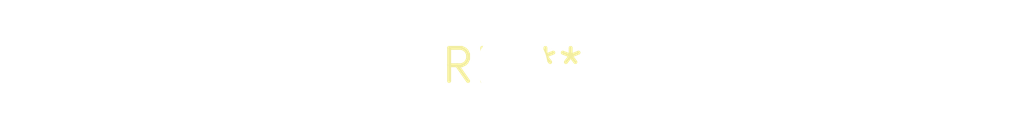
<source format=kicad_pcb>
(kicad_pcb (version 20240108) (generator pcbnew)
  (layers (0 "F.Cu" signal) (31 "B.Cu" signal) (34 "B.Paste" user) (35 "F.Paste" user) (36 "B.SilkS" user "B.Silkscreen") (37 "F.SilkS" user "F.Silkscreen") (38 "B.Mask" user) (39 "F.Mask" user) (44 "Edge.Cuts" user))
  (net 0 "")
  (footprint "MountingHole_2.7mm_M2.5_ISO7380_Pad" (layer "F.Cu") (at 0 0)
    (property "Reference" "REF**")
    (property "Value" "MountingHole_2.7mm_M2.5_ISO7380_Pad")
    (pad "1" thru_hole circle (at 0 0) (size 4.5 4.5) (drill 2.7) (layers *.Cu *.Mask) (remove_unused_layers))
  )
)
</source>
